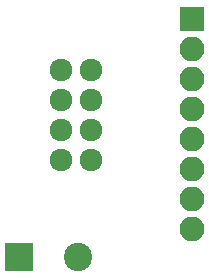
<source format=gbs>
G04 #@! TF.FileFunction,Soldermask,Bot*
%FSLAX46Y46*%
G04 Gerber Fmt 4.6, Leading zero omitted, Abs format (unit mm)*
G04 Created by KiCad (PCBNEW 4.0.7-e2-6376~58~ubuntu16.04.1) date Mon Dec 11 22:14:59 2017*
%MOMM*%
%LPD*%
G01*
G04 APERTURE LIST*
%ADD10C,0.100000*%
%ADD11R,2.100000X2.100000*%
%ADD12O,2.100000X2.100000*%
%ADD13C,1.924000*%
%ADD14R,2.400000X2.400000*%
%ADD15C,2.400000*%
G04 APERTURE END LIST*
D10*
D11*
X155877619Y-109985000D03*
D12*
X155877619Y-112525000D03*
X155877619Y-115065000D03*
X155877619Y-117605000D03*
X155877619Y-120145000D03*
X155877619Y-122685000D03*
X155877619Y-125225000D03*
X155877619Y-127765000D03*
D13*
X144780000Y-114300000D03*
X144780000Y-116840000D03*
X144780000Y-119380000D03*
X144780000Y-121920000D03*
X147320000Y-114300000D03*
X147320000Y-116840000D03*
X147320000Y-119380000D03*
X147320000Y-121920000D03*
D14*
X141224000Y-130175000D03*
D15*
X146224000Y-130175000D03*
M02*

</source>
